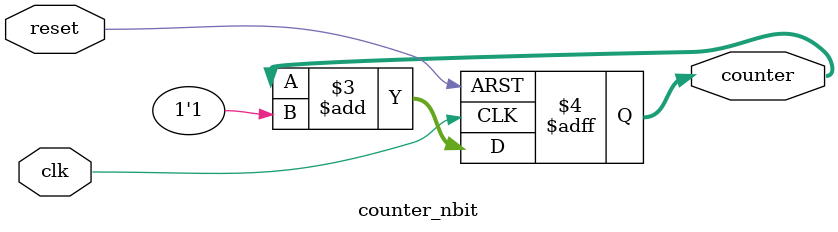
<source format=v>
module counter_nbit #(parameter cnt_width = 3) (clk, reset, counter);

input clk, reset;
output reg [cnt_width:0] counter;

//Use non-blocking assignment for sequential logic

always @(posedge clk or negedge reset) begin

    if(!reset)
        counter <= 0;
    else
        counter <= counter + 1'b1;
    
end
    
endmodule
</source>
